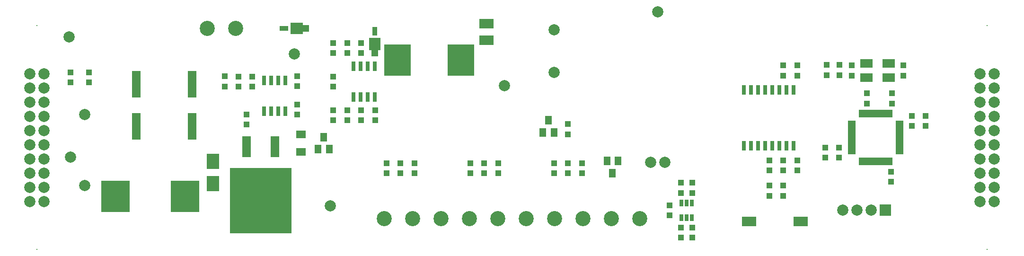
<source format=gts>
G04*
G04 #@! TF.GenerationSoftware,Altium Limited,Altium Designer,18.0.12 (696)*
G04*
G04 Layer_Color=8388736*
%FSLAX25Y25*%
%MOIN*%
G70*
G01*
G75*
%ADD37R,0.08465X0.08661*%
%ADD38R,0.08661X0.08465*%
%ADD39R,0.03950X0.04343*%
%ADD40R,0.05721X0.01902*%
%ADD41R,0.01902X0.05721*%
%ADD42R,0.20485X0.22060*%
%ADD43R,0.08674X0.10642*%
%ADD44R,0.02965X0.04737*%
%ADD45R,0.09855X0.06706*%
%ADD46R,0.03162X0.07099*%
%ADD47R,0.10249X0.07099*%
%ADD48R,0.03162X0.06784*%
%ADD49R,0.18517X0.22060*%
%ADD50R,0.04540X0.05328*%
%ADD51R,0.03359X0.06115*%
%ADD52R,0.06312X0.18517*%
%ADD53R,0.43320X0.46076*%
%ADD54R,0.06115X0.14973*%
%ADD55R,0.04737X0.06312*%
%ADD56R,0.06706X0.05524*%
%ADD57R,0.05328X0.04540*%
%ADD58R,0.06115X0.03359*%
%ADD59R,0.08674X0.06312*%
%ADD60C,0.07887*%
%ADD61C,0.10642*%
%ADD62R,0.07887X0.07887*%
%ADD63C,0.00800*%
D37*
X257480Y164311D02*
D03*
D38*
X202618Y175197D02*
D03*
D39*
X161400Y134357D02*
D03*
Y141443D02*
D03*
X585000Y142457D02*
D03*
Y149543D02*
D03*
X576000Y142457D02*
D03*
Y149543D02*
D03*
X56102Y137205D02*
D03*
Y144291D02*
D03*
X43307Y144291D02*
D03*
Y137205D02*
D03*
X574803Y84252D02*
D03*
Y91339D02*
D03*
X584646Y91339D02*
D03*
Y84252D02*
D03*
X621260Y74409D02*
D03*
Y67323D02*
D03*
X645669Y113779D02*
D03*
Y106693D02*
D03*
X635827Y106693D02*
D03*
Y113779D02*
D03*
X622047Y122441D02*
D03*
Y129528D02*
D03*
X604331Y122441D02*
D03*
Y129528D02*
D03*
X593701Y142126D02*
D03*
Y149213D02*
D03*
X629921Y142126D02*
D03*
Y149213D02*
D03*
X481102Y35039D02*
D03*
Y27953D02*
D03*
X473228Y35039D02*
D03*
Y27953D02*
D03*
X465354Y50787D02*
D03*
Y43701D02*
D03*
X545276Y57480D02*
D03*
Y64567D02*
D03*
X535433Y57480D02*
D03*
Y64567D02*
D03*
X555118Y82283D02*
D03*
Y75197D02*
D03*
X545276Y82283D02*
D03*
Y75197D02*
D03*
X535433Y75197D02*
D03*
Y82284D02*
D03*
X257874Y110630D02*
D03*
Y117717D02*
D03*
X248031Y110630D02*
D03*
Y117717D02*
D03*
X238189D02*
D03*
Y110630D02*
D03*
X228346Y117717D02*
D03*
Y110630D02*
D03*
X228346Y134252D02*
D03*
Y141339D02*
D03*
Y157874D02*
D03*
Y164961D02*
D03*
X238189Y164961D02*
D03*
Y157874D02*
D03*
X248031Y164961D02*
D03*
Y157874D02*
D03*
X167323Y107677D02*
D03*
Y114764D02*
D03*
X202756Y114567D02*
D03*
Y121653D02*
D03*
X202756Y134646D02*
D03*
Y141732D02*
D03*
X171260Y134252D02*
D03*
Y141339D02*
D03*
X152000Y141543D02*
D03*
Y134457D02*
D03*
X403543Y80315D02*
D03*
Y73228D02*
D03*
X473228Y59449D02*
D03*
Y66535D02*
D03*
X393701Y107874D02*
D03*
Y100787D02*
D03*
X481102Y59449D02*
D03*
Y66535D02*
D03*
X285433Y73228D02*
D03*
Y80315D02*
D03*
X344488Y73228D02*
D03*
Y80315D02*
D03*
X393701Y80315D02*
D03*
Y73228D02*
D03*
X334646Y80315D02*
D03*
Y73228D02*
D03*
X275590Y80315D02*
D03*
Y73228D02*
D03*
X383858Y73228D02*
D03*
Y80315D02*
D03*
X324803Y73228D02*
D03*
Y80315D02*
D03*
X265748Y73228D02*
D03*
Y80315D02*
D03*
X545276Y149213D02*
D03*
Y142126D02*
D03*
X555118Y142126D02*
D03*
Y149213D02*
D03*
D40*
X627063Y87598D02*
D03*
Y89567D02*
D03*
Y91535D02*
D03*
Y93504D02*
D03*
Y95473D02*
D03*
Y97441D02*
D03*
Y99410D02*
D03*
Y101378D02*
D03*
Y103347D02*
D03*
Y105315D02*
D03*
Y107283D02*
D03*
Y109252D02*
D03*
X593409D02*
D03*
Y107283D02*
D03*
Y105315D02*
D03*
Y103347D02*
D03*
Y101378D02*
D03*
Y99410D02*
D03*
Y97441D02*
D03*
Y95472D02*
D03*
Y93504D02*
D03*
Y91535D02*
D03*
Y89567D02*
D03*
Y87598D02*
D03*
D41*
X599409Y81598D02*
D03*
X601378D02*
D03*
X603346D02*
D03*
X605315D02*
D03*
X607283D02*
D03*
X609252D02*
D03*
X611221D02*
D03*
X613189D02*
D03*
X615158D02*
D03*
X617126D02*
D03*
X619095D02*
D03*
X621063D02*
D03*
X599409Y115252D02*
D03*
X601378D02*
D03*
X603346D02*
D03*
X605315D02*
D03*
X607283D02*
D03*
X609252D02*
D03*
X611221D02*
D03*
X613189D02*
D03*
X615158D02*
D03*
X617126D02*
D03*
X619095D02*
D03*
X621063D02*
D03*
D42*
X74803Y57087D02*
D03*
X124016D02*
D03*
D43*
X143701Y65945D02*
D03*
Y81693D02*
D03*
D44*
X473425Y42126D02*
D03*
X477165D02*
D03*
X473425Y52362D02*
D03*
X477165D02*
D03*
X480905D02*
D03*
Y42126D02*
D03*
D45*
X557480Y39370D02*
D03*
X521260D02*
D03*
D46*
X552559Y131890D02*
D03*
X547559D02*
D03*
X542559D02*
D03*
X537559D02*
D03*
X532559D02*
D03*
X527559D02*
D03*
X522559D02*
D03*
X517559D02*
D03*
Y92520D02*
D03*
X522559D02*
D03*
X527559D02*
D03*
X532559D02*
D03*
X537559D02*
D03*
X542559D02*
D03*
X547559D02*
D03*
X552559D02*
D03*
D47*
X336221Y178740D02*
D03*
Y166929D02*
D03*
D48*
X257500Y126929D02*
D03*
X252500D02*
D03*
X247500D02*
D03*
X242500D02*
D03*
Y148661D02*
D03*
X247500D02*
D03*
X252500D02*
D03*
X257500D02*
D03*
X179508Y138819D02*
D03*
X184508D02*
D03*
X189508D02*
D03*
X194508D02*
D03*
Y117087D02*
D03*
X189508D02*
D03*
X184508D02*
D03*
X179508D02*
D03*
D49*
X318110Y153150D02*
D03*
X273622D02*
D03*
D50*
X257480Y158268D02*
D03*
D51*
Y173386D02*
D03*
D52*
X89567Y106299D02*
D03*
Y135827D02*
D03*
X128937Y106299D02*
D03*
Y135827D02*
D03*
D53*
X177165Y53839D02*
D03*
D54*
X187165Y91831D02*
D03*
X167165D02*
D03*
D55*
X217520Y90158D02*
D03*
X225394D02*
D03*
X221457Y98819D02*
D03*
X379921Y110630D02*
D03*
X383858Y101969D02*
D03*
X375984D02*
D03*
X425000Y73169D02*
D03*
X421063Y81831D02*
D03*
X428937D02*
D03*
D56*
X205709Y100787D02*
D03*
Y88189D02*
D03*
D57*
X208661Y175197D02*
D03*
D58*
X193543D02*
D03*
D59*
X619685Y140551D02*
D03*
X603937D02*
D03*
Y150787D02*
D03*
X619685D02*
D03*
D60*
X462000Y81000D02*
D03*
X452000D02*
D03*
X457000Y187000D02*
D03*
X24685Y143425D02*
D03*
Y133425D02*
D03*
Y123425D02*
D03*
Y113425D02*
D03*
Y103425D02*
D03*
Y93425D02*
D03*
Y83425D02*
D03*
Y73425D02*
D03*
Y63425D02*
D03*
Y53425D02*
D03*
X14685Y143425D02*
D03*
Y133425D02*
D03*
Y123425D02*
D03*
Y113425D02*
D03*
Y103425D02*
D03*
Y93425D02*
D03*
Y83425D02*
D03*
Y73425D02*
D03*
Y63425D02*
D03*
Y53425D02*
D03*
X348819Y135039D02*
D03*
X226378Y50197D02*
D03*
X42323Y169291D02*
D03*
X200787Y157480D02*
D03*
X53228Y114567D02*
D03*
X43228Y84567D02*
D03*
X53228Y64567D02*
D03*
X607362Y47244D02*
D03*
X597362D02*
D03*
X587362D02*
D03*
X683976Y53425D02*
D03*
Y63425D02*
D03*
Y73425D02*
D03*
Y83425D02*
D03*
Y93425D02*
D03*
Y103425D02*
D03*
Y113425D02*
D03*
Y123425D02*
D03*
Y133425D02*
D03*
Y143425D02*
D03*
X693976Y53425D02*
D03*
Y63425D02*
D03*
Y73425D02*
D03*
Y83425D02*
D03*
Y93425D02*
D03*
Y103425D02*
D03*
Y113425D02*
D03*
Y123425D02*
D03*
Y133425D02*
D03*
Y143425D02*
D03*
X383858Y174409D02*
D03*
Y144488D02*
D03*
D61*
X159606Y175197D02*
D03*
X139606D02*
D03*
X444331Y41339D02*
D03*
X424331D02*
D03*
X404331D02*
D03*
X384331D02*
D03*
X364331D02*
D03*
X344331D02*
D03*
X324331D02*
D03*
X304331D02*
D03*
X284331D02*
D03*
X264331D02*
D03*
D62*
X617362Y47244D02*
D03*
D63*
X688976Y19685D02*
D03*
Y177165D02*
D03*
X19685D02*
D03*
Y19685D02*
D03*
M02*

</source>
